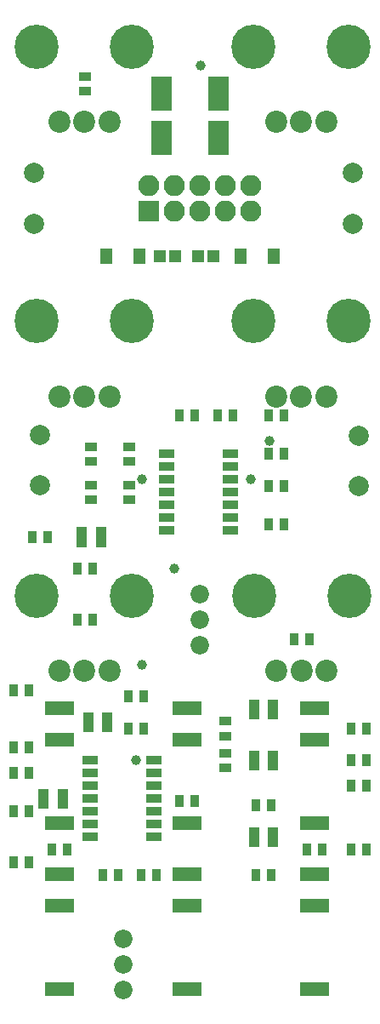
<source format=gts>
G04 #@! TF.FileFunction,Soldermask,Top*
%FSLAX46Y46*%
G04 Gerber Fmt 4.6, Leading zero omitted, Abs format (unit mm)*
G04 Created by KiCad (PCBNEW 4.0.6) date Tuesday, December 12, 2017 'AMt' 12:19:16 AM*
%MOMM*%
%LPD*%
G01*
G04 APERTURE LIST*
%ADD10C,0.100000*%
%ADD11C,1.000000*%
%ADD12R,1.200000X1.150000*%
%ADD13R,2.000000X3.400000*%
%ADD14R,2.900000X1.400000*%
%ADD15R,0.900000X1.300000*%
%ADD16R,1.300000X0.900000*%
%ADD17C,1.840000*%
%ADD18R,1.543000X0.908000*%
%ADD19R,2.100000X2.100000*%
%ADD20O,2.100000X2.100000*%
%ADD21C,2.000000*%
%ADD22C,2.200000*%
%ADD23C,4.400000*%
%ADD24R,1.300000X1.600000*%
%ADD25R,1.050000X0.800000*%
G04 APERTURE END LIST*
D10*
D11*
X175387000Y-68072000D03*
X172720000Y-118110000D03*
X168910000Y-137160000D03*
X169545000Y-109220000D03*
X169545000Y-127635000D03*
X180340000Y-109220000D03*
D12*
X175145000Y-86995000D03*
X176645000Y-86995000D03*
X172835000Y-86995000D03*
X171335000Y-86995000D03*
D13*
X177165000Y-70825000D03*
X177165000Y-75225000D03*
X171450000Y-70825000D03*
X171450000Y-75225000D03*
D14*
X186690000Y-159860000D03*
X186690000Y-151560000D03*
X186690000Y-148460000D03*
X173990000Y-159860000D03*
X173990000Y-151560000D03*
X173990000Y-148460000D03*
X161290000Y-143350000D03*
X161290000Y-135050000D03*
X161290000Y-131950000D03*
X186690000Y-143350000D03*
X186690000Y-135050000D03*
X186690000Y-131950000D03*
X173990000Y-143350000D03*
X173990000Y-135050000D03*
X173990000Y-131950000D03*
X161290000Y-159860000D03*
X161290000Y-151560000D03*
X161290000Y-148460000D03*
D15*
X158635000Y-114935000D03*
X160135000Y-114935000D03*
X163080000Y-123190000D03*
X164580000Y-123190000D03*
X184670000Y-125095000D03*
X186170000Y-125095000D03*
X156730000Y-135890000D03*
X158230000Y-135890000D03*
D16*
X168275000Y-111240000D03*
X168275000Y-109740000D03*
X168275000Y-105930000D03*
X168275000Y-107430000D03*
D15*
X168160000Y-133985000D03*
X169660000Y-133985000D03*
X164580000Y-118110000D03*
X163080000Y-118110000D03*
D16*
X164465000Y-105930000D03*
X164465000Y-107430000D03*
D15*
X158230000Y-142240000D03*
X156730000Y-142240000D03*
X160540000Y-146050000D03*
X162040000Y-146050000D03*
X156730000Y-138430000D03*
X158230000Y-138430000D03*
D16*
X164465000Y-109740000D03*
X164465000Y-111240000D03*
D15*
X156730000Y-130175000D03*
X158230000Y-130175000D03*
X191885000Y-133985000D03*
X190385000Y-133985000D03*
D16*
X163830000Y-70600000D03*
X163830000Y-69100000D03*
D15*
X190385000Y-137160000D03*
X191885000Y-137160000D03*
X168160000Y-130810000D03*
X169660000Y-130810000D03*
X182130000Y-106680000D03*
X183630000Y-106680000D03*
X183630000Y-109855000D03*
X182130000Y-109855000D03*
X156730000Y-147320000D03*
X158230000Y-147320000D03*
X183630000Y-113665000D03*
X182130000Y-113665000D03*
X165620000Y-148590000D03*
X167120000Y-148590000D03*
X191885000Y-139700000D03*
X190385000Y-139700000D03*
X182130000Y-102870000D03*
X183630000Y-102870000D03*
X180860000Y-148590000D03*
X182360000Y-148590000D03*
X180860000Y-141605000D03*
X182360000Y-141605000D03*
X177050000Y-102870000D03*
X178550000Y-102870000D03*
X169430000Y-148590000D03*
X170930000Y-148590000D03*
D16*
X177800000Y-137910000D03*
X177800000Y-136410000D03*
D15*
X187440000Y-146050000D03*
X185940000Y-146050000D03*
X190385000Y-146050000D03*
X191885000Y-146050000D03*
D16*
X177800000Y-134735000D03*
X177800000Y-133235000D03*
D15*
X173240000Y-141170000D03*
X174740000Y-141170000D03*
D17*
X175260000Y-120650000D03*
X175260000Y-123190000D03*
X175260000Y-125730000D03*
X167640000Y-160020000D03*
X167640000Y-157480000D03*
X167640000Y-154940000D03*
D18*
X171958000Y-106680000D03*
X171958000Y-107950000D03*
X171958000Y-109220000D03*
X171958000Y-110490000D03*
X171958000Y-111760000D03*
X171958000Y-113030000D03*
X171958000Y-114300000D03*
X178308000Y-114300000D03*
X178308000Y-113030000D03*
X178308000Y-110490000D03*
X178308000Y-109220000D03*
X178308000Y-107950000D03*
X178308000Y-106680000D03*
X178308000Y-111760000D03*
X164338000Y-137160000D03*
X164338000Y-138430000D03*
X164338000Y-139700000D03*
X164338000Y-140970000D03*
X164338000Y-142240000D03*
X164338000Y-143510000D03*
X164338000Y-144780000D03*
X170688000Y-144780000D03*
X170688000Y-143510000D03*
X170688000Y-140970000D03*
X170688000Y-139700000D03*
X170688000Y-138430000D03*
X170688000Y-137160000D03*
X170688000Y-142240000D03*
D19*
X170180000Y-82550000D03*
D20*
X170180000Y-80010000D03*
X172720000Y-82550000D03*
X172720000Y-80010000D03*
X175260000Y-82550000D03*
X175260000Y-80010000D03*
X177800000Y-82550000D03*
X177800000Y-80010000D03*
X180340000Y-82550000D03*
X180340000Y-80010000D03*
D21*
X159385000Y-104775000D03*
X159385000Y-109775000D03*
X158750000Y-78740000D03*
X158750000Y-83740000D03*
X191135000Y-109855000D03*
X191135000Y-104855000D03*
X190500000Y-78740000D03*
X190500000Y-83740000D03*
D15*
X174740000Y-102870000D03*
X173240000Y-102870000D03*
D22*
X187920000Y-128270000D03*
X185420000Y-128270000D03*
X182920000Y-128270000D03*
D23*
X190170000Y-120770000D03*
X180670000Y-120770000D03*
D22*
X166290000Y-128270000D03*
X163790000Y-128270000D03*
X161290000Y-128270000D03*
D23*
X168540000Y-120770000D03*
X159040000Y-120770000D03*
D22*
X187880000Y-73660000D03*
X185380000Y-73660000D03*
X182880000Y-73660000D03*
D23*
X190130000Y-66160000D03*
X180630000Y-66160000D03*
D22*
X187880000Y-100965000D03*
X185380000Y-100965000D03*
X182880000Y-100965000D03*
D23*
X190130000Y-93465000D03*
X180630000Y-93465000D03*
D22*
X166290000Y-100965000D03*
X163790000Y-100965000D03*
X161290000Y-100965000D03*
D23*
X168540000Y-93465000D03*
X159040000Y-93465000D03*
D22*
X166290000Y-73660000D03*
X163790000Y-73660000D03*
X161290000Y-73660000D03*
D23*
X168540000Y-66160000D03*
X159040000Y-66160000D03*
D11*
X182245000Y-105410000D03*
D24*
X182625000Y-86995000D03*
X179325000Y-86995000D03*
X165990000Y-86995000D03*
X169290000Y-86995000D03*
D25*
X180660000Y-136510000D03*
X180660000Y-137810000D03*
X182560000Y-137160000D03*
X180660000Y-137160000D03*
X182560000Y-137810000D03*
X182560000Y-136510000D03*
X180660000Y-144130000D03*
X180660000Y-145430000D03*
X182560000Y-144780000D03*
X180660000Y-144780000D03*
X182560000Y-145430000D03*
X182560000Y-144130000D03*
X180660000Y-131430000D03*
X180660000Y-132730000D03*
X182560000Y-132080000D03*
X180660000Y-132080000D03*
X182560000Y-132730000D03*
X182560000Y-131430000D03*
X159705000Y-140320000D03*
X159705000Y-141620000D03*
X161605000Y-140970000D03*
X159705000Y-140970000D03*
X161605000Y-141620000D03*
X161605000Y-140320000D03*
X164150000Y-132700000D03*
X164150000Y-134000000D03*
X166050000Y-133350000D03*
X164150000Y-133350000D03*
X166050000Y-134000000D03*
X166050000Y-132700000D03*
X163515000Y-114285000D03*
X163515000Y-115585000D03*
X165415000Y-114935000D03*
X163515000Y-114935000D03*
X165415000Y-115585000D03*
X165415000Y-114285000D03*
M02*

</source>
